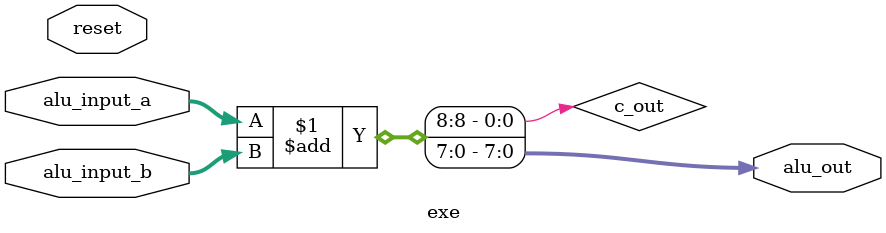
<source format=v>
`timescale 1ns / 1ps
module exe(
    input [7:0] alu_input_a,
    input [7:0] alu_input_b,
    input reset,
    output [7:0] alu_out
    );
	wire c_out;
	assign {c_out,alu_out}  = alu_input_a + alu_input_b;
endmodule

</source>
